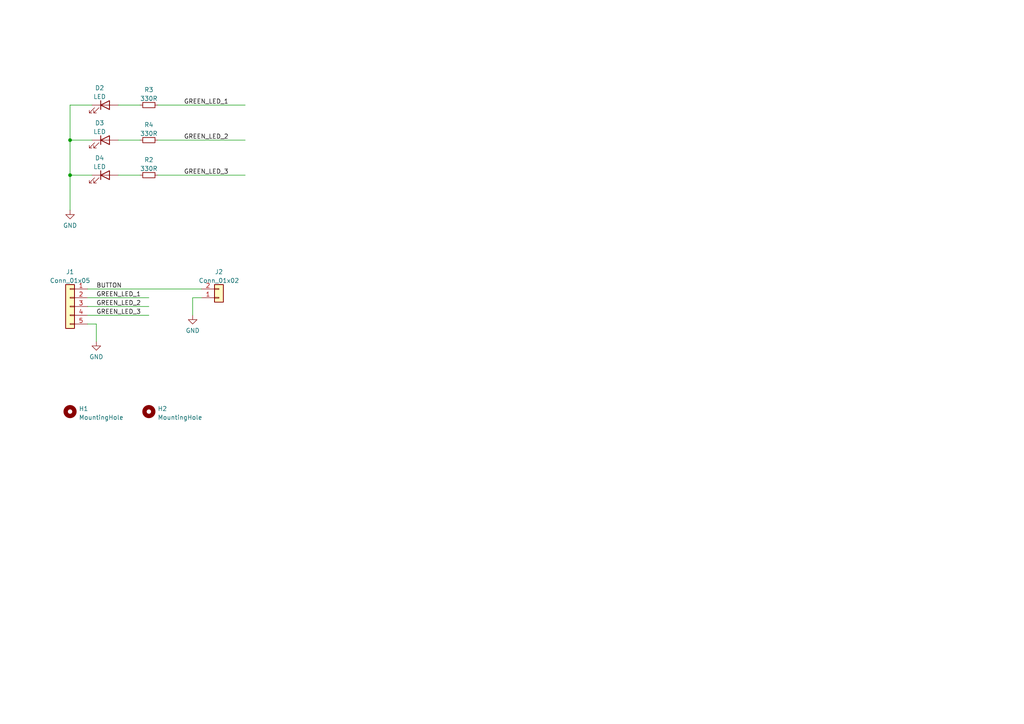
<source format=kicad_sch>
(kicad_sch (version 20211123) (generator eeschema)

  (uuid 5fba9282-90c2-45b8-b395-ed75bb69d791)

  (paper "A4")

  (lib_symbols
    (symbol "Connector_Generic:Conn_01x02" (pin_names (offset 1.016) hide) (in_bom yes) (on_board yes)
      (property "Reference" "J" (id 0) (at 0 2.54 0)
        (effects (font (size 1.27 1.27)))
      )
      (property "Value" "Conn_01x02" (id 1) (at 0 -5.08 0)
        (effects (font (size 1.27 1.27)))
      )
      (property "Footprint" "" (id 2) (at 0 0 0)
        (effects (font (size 1.27 1.27)) hide)
      )
      (property "Datasheet" "~" (id 3) (at 0 0 0)
        (effects (font (size 1.27 1.27)) hide)
      )
      (property "ki_keywords" "connector" (id 4) (at 0 0 0)
        (effects (font (size 1.27 1.27)) hide)
      )
      (property "ki_description" "Generic connector, single row, 01x02, script generated (kicad-library-utils/schlib/autogen/connector/)" (id 5) (at 0 0 0)
        (effects (font (size 1.27 1.27)) hide)
      )
      (property "ki_fp_filters" "Connector*:*_1x??_*" (id 6) (at 0 0 0)
        (effects (font (size 1.27 1.27)) hide)
      )
      (symbol "Conn_01x02_1_1"
        (rectangle (start -1.27 -2.413) (end 0 -2.667)
          (stroke (width 0.1524) (type default) (color 0 0 0 0))
          (fill (type none))
        )
        (rectangle (start -1.27 0.127) (end 0 -0.127)
          (stroke (width 0.1524) (type default) (color 0 0 0 0))
          (fill (type none))
        )
        (rectangle (start -1.27 1.27) (end 1.27 -3.81)
          (stroke (width 0.254) (type default) (color 0 0 0 0))
          (fill (type background))
        )
        (pin passive line (at -5.08 0 0) (length 3.81)
          (name "Pin_1" (effects (font (size 1.27 1.27))))
          (number "1" (effects (font (size 1.27 1.27))))
        )
        (pin passive line (at -5.08 -2.54 0) (length 3.81)
          (name "Pin_2" (effects (font (size 1.27 1.27))))
          (number "2" (effects (font (size 1.27 1.27))))
        )
      )
    )
    (symbol "Connector_Generic:Conn_01x05" (pin_names (offset 1.016) hide) (in_bom yes) (on_board yes)
      (property "Reference" "J" (id 0) (at 0 7.62 0)
        (effects (font (size 1.27 1.27)))
      )
      (property "Value" "Conn_01x05" (id 1) (at 0 -7.62 0)
        (effects (font (size 1.27 1.27)))
      )
      (property "Footprint" "" (id 2) (at 0 0 0)
        (effects (font (size 1.27 1.27)) hide)
      )
      (property "Datasheet" "~" (id 3) (at 0 0 0)
        (effects (font (size 1.27 1.27)) hide)
      )
      (property "ki_keywords" "connector" (id 4) (at 0 0 0)
        (effects (font (size 1.27 1.27)) hide)
      )
      (property "ki_description" "Generic connector, single row, 01x05, script generated (kicad-library-utils/schlib/autogen/connector/)" (id 5) (at 0 0 0)
        (effects (font (size 1.27 1.27)) hide)
      )
      (property "ki_fp_filters" "Connector*:*_1x??_*" (id 6) (at 0 0 0)
        (effects (font (size 1.27 1.27)) hide)
      )
      (symbol "Conn_01x05_1_1"
        (rectangle (start -1.27 -4.953) (end 0 -5.207)
          (stroke (width 0.1524) (type default) (color 0 0 0 0))
          (fill (type none))
        )
        (rectangle (start -1.27 -2.413) (end 0 -2.667)
          (stroke (width 0.1524) (type default) (color 0 0 0 0))
          (fill (type none))
        )
        (rectangle (start -1.27 0.127) (end 0 -0.127)
          (stroke (width 0.1524) (type default) (color 0 0 0 0))
          (fill (type none))
        )
        (rectangle (start -1.27 2.667) (end 0 2.413)
          (stroke (width 0.1524) (type default) (color 0 0 0 0))
          (fill (type none))
        )
        (rectangle (start -1.27 5.207) (end 0 4.953)
          (stroke (width 0.1524) (type default) (color 0 0 0 0))
          (fill (type none))
        )
        (rectangle (start -1.27 6.35) (end 1.27 -6.35)
          (stroke (width 0.254) (type default) (color 0 0 0 0))
          (fill (type background))
        )
        (pin passive line (at -5.08 5.08 0) (length 3.81)
          (name "Pin_1" (effects (font (size 1.27 1.27))))
          (number "1" (effects (font (size 1.27 1.27))))
        )
        (pin passive line (at -5.08 2.54 0) (length 3.81)
          (name "Pin_2" (effects (font (size 1.27 1.27))))
          (number "2" (effects (font (size 1.27 1.27))))
        )
        (pin passive line (at -5.08 0 0) (length 3.81)
          (name "Pin_3" (effects (font (size 1.27 1.27))))
          (number "3" (effects (font (size 1.27 1.27))))
        )
        (pin passive line (at -5.08 -2.54 0) (length 3.81)
          (name "Pin_4" (effects (font (size 1.27 1.27))))
          (number "4" (effects (font (size 1.27 1.27))))
        )
        (pin passive line (at -5.08 -5.08 0) (length 3.81)
          (name "Pin_5" (effects (font (size 1.27 1.27))))
          (number "5" (effects (font (size 1.27 1.27))))
        )
      )
    )
    (symbol "Device:LED" (pin_numbers hide) (pin_names (offset 1.016) hide) (in_bom yes) (on_board yes)
      (property "Reference" "D" (id 0) (at 0 2.54 0)
        (effects (font (size 1.27 1.27)))
      )
      (property "Value" "LED" (id 1) (at 0 -2.54 0)
        (effects (font (size 1.27 1.27)))
      )
      (property "Footprint" "" (id 2) (at 0 0 0)
        (effects (font (size 1.27 1.27)) hide)
      )
      (property "Datasheet" "~" (id 3) (at 0 0 0)
        (effects (font (size 1.27 1.27)) hide)
      )
      (property "ki_keywords" "LED diode" (id 4) (at 0 0 0)
        (effects (font (size 1.27 1.27)) hide)
      )
      (property "ki_description" "Light emitting diode" (id 5) (at 0 0 0)
        (effects (font (size 1.27 1.27)) hide)
      )
      (property "ki_fp_filters" "LED* LED_SMD:* LED_THT:*" (id 6) (at 0 0 0)
        (effects (font (size 1.27 1.27)) hide)
      )
      (symbol "LED_0_1"
        (polyline
          (pts
            (xy -1.27 -1.27)
            (xy -1.27 1.27)
          )
          (stroke (width 0.254) (type default) (color 0 0 0 0))
          (fill (type none))
        )
        (polyline
          (pts
            (xy -1.27 0)
            (xy 1.27 0)
          )
          (stroke (width 0) (type default) (color 0 0 0 0))
          (fill (type none))
        )
        (polyline
          (pts
            (xy 1.27 -1.27)
            (xy 1.27 1.27)
            (xy -1.27 0)
            (xy 1.27 -1.27)
          )
          (stroke (width 0.254) (type default) (color 0 0 0 0))
          (fill (type none))
        )
        (polyline
          (pts
            (xy -3.048 -0.762)
            (xy -4.572 -2.286)
            (xy -3.81 -2.286)
            (xy -4.572 -2.286)
            (xy -4.572 -1.524)
          )
          (stroke (width 0) (type default) (color 0 0 0 0))
          (fill (type none))
        )
        (polyline
          (pts
            (xy -1.778 -0.762)
            (xy -3.302 -2.286)
            (xy -2.54 -2.286)
            (xy -3.302 -2.286)
            (xy -3.302 -1.524)
          )
          (stroke (width 0) (type default) (color 0 0 0 0))
          (fill (type none))
        )
      )
      (symbol "LED_1_1"
        (pin passive line (at -3.81 0 0) (length 2.54)
          (name "K" (effects (font (size 1.27 1.27))))
          (number "1" (effects (font (size 1.27 1.27))))
        )
        (pin passive line (at 3.81 0 180) (length 2.54)
          (name "A" (effects (font (size 1.27 1.27))))
          (number "2" (effects (font (size 1.27 1.27))))
        )
      )
    )
    (symbol "Device:R_Small" (pin_numbers hide) (pin_names (offset 0.254) hide) (in_bom yes) (on_board yes)
      (property "Reference" "R" (id 0) (at 0.762 0.508 0)
        (effects (font (size 1.27 1.27)) (justify left))
      )
      (property "Value" "R_Small" (id 1) (at 0.762 -1.016 0)
        (effects (font (size 1.27 1.27)) (justify left))
      )
      (property "Footprint" "" (id 2) (at 0 0 0)
        (effects (font (size 1.27 1.27)) hide)
      )
      (property "Datasheet" "~" (id 3) (at 0 0 0)
        (effects (font (size 1.27 1.27)) hide)
      )
      (property "ki_keywords" "R resistor" (id 4) (at 0 0 0)
        (effects (font (size 1.27 1.27)) hide)
      )
      (property "ki_description" "Resistor, small symbol" (id 5) (at 0 0 0)
        (effects (font (size 1.27 1.27)) hide)
      )
      (property "ki_fp_filters" "R_*" (id 6) (at 0 0 0)
        (effects (font (size 1.27 1.27)) hide)
      )
      (symbol "R_Small_0_1"
        (rectangle (start -0.762 1.778) (end 0.762 -1.778)
          (stroke (width 0.2032) (type default) (color 0 0 0 0))
          (fill (type none))
        )
      )
      (symbol "R_Small_1_1"
        (pin passive line (at 0 2.54 270) (length 0.762)
          (name "~" (effects (font (size 1.27 1.27))))
          (number "1" (effects (font (size 1.27 1.27))))
        )
        (pin passive line (at 0 -2.54 90) (length 0.762)
          (name "~" (effects (font (size 1.27 1.27))))
          (number "2" (effects (font (size 1.27 1.27))))
        )
      )
    )
    (symbol "Mechanical:MountingHole" (pin_names (offset 1.016)) (in_bom yes) (on_board yes)
      (property "Reference" "H" (id 0) (at 0 5.08 0)
        (effects (font (size 1.27 1.27)))
      )
      (property "Value" "MountingHole" (id 1) (at 0 3.175 0)
        (effects (font (size 1.27 1.27)))
      )
      (property "Footprint" "" (id 2) (at 0 0 0)
        (effects (font (size 1.27 1.27)) hide)
      )
      (property "Datasheet" "~" (id 3) (at 0 0 0)
        (effects (font (size 1.27 1.27)) hide)
      )
      (property "ki_keywords" "mounting hole" (id 4) (at 0 0 0)
        (effects (font (size 1.27 1.27)) hide)
      )
      (property "ki_description" "Mounting Hole without connection" (id 5) (at 0 0 0)
        (effects (font (size 1.27 1.27)) hide)
      )
      (property "ki_fp_filters" "MountingHole*" (id 6) (at 0 0 0)
        (effects (font (size 1.27 1.27)) hide)
      )
      (symbol "MountingHole_0_1"
        (circle (center 0 0) (radius 1.27)
          (stroke (width 1.27) (type default) (color 0 0 0 0))
          (fill (type none))
        )
      )
    )
    (symbol "power:GND" (power) (pin_names (offset 0)) (in_bom yes) (on_board yes)
      (property "Reference" "#PWR" (id 0) (at 0 -6.35 0)
        (effects (font (size 1.27 1.27)) hide)
      )
      (property "Value" "GND" (id 1) (at 0 -3.81 0)
        (effects (font (size 1.27 1.27)))
      )
      (property "Footprint" "" (id 2) (at 0 0 0)
        (effects (font (size 1.27 1.27)) hide)
      )
      (property "Datasheet" "" (id 3) (at 0 0 0)
        (effects (font (size 1.27 1.27)) hide)
      )
      (property "ki_keywords" "power-flag" (id 4) (at 0 0 0)
        (effects (font (size 1.27 1.27)) hide)
      )
      (property "ki_description" "Power symbol creates a global label with name \"GND\" , ground" (id 5) (at 0 0 0)
        (effects (font (size 1.27 1.27)) hide)
      )
      (symbol "GND_0_1"
        (polyline
          (pts
            (xy 0 0)
            (xy 0 -1.27)
            (xy 1.27 -1.27)
            (xy 0 -2.54)
            (xy -1.27 -1.27)
            (xy 0 -1.27)
          )
          (stroke (width 0) (type default) (color 0 0 0 0))
          (fill (type none))
        )
      )
      (symbol "GND_1_1"
        (pin power_in line (at 0 0 270) (length 0) hide
          (name "GND" (effects (font (size 1.27 1.27))))
          (number "1" (effects (font (size 1.27 1.27))))
        )
      )
    )
  )

  (junction (at 20.32 40.64) (diameter 0) (color 0 0 0 0)
    (uuid 5f28ea04-c1e7-4139-b37f-963d55be1f4f)
  )
  (junction (at 20.32 50.8) (diameter 0) (color 0 0 0 0)
    (uuid df2145aa-e69f-4857-a431-81c73962fbdd)
  )

  (wire (pts (xy 25.4 86.36) (xy 43.18 86.36))
    (stroke (width 0) (type default) (color 0 0 0 0))
    (uuid 02827c05-d965-4bfe-ac51-3500b33da91a)
  )
  (wire (pts (xy 34.29 30.48) (xy 40.64 30.48))
    (stroke (width 0) (type default) (color 0 0 0 0))
    (uuid 0573470c-35fa-4c46-b9cf-5920fbbc7e5e)
  )
  (wire (pts (xy 45.72 40.64) (xy 71.12 40.64))
    (stroke (width 0) (type default) (color 0 0 0 0))
    (uuid 1fdcf15f-e886-437c-aae9-db3259eca4ff)
  )
  (wire (pts (xy 25.4 91.44) (xy 43.18 91.44))
    (stroke (width 0) (type default) (color 0 0 0 0))
    (uuid 2e7aeed3-57b4-4b6b-82ec-132ee53310e8)
  )
  (wire (pts (xy 34.29 50.8) (xy 40.64 50.8))
    (stroke (width 0) (type default) (color 0 0 0 0))
    (uuid 464cb187-8966-43cc-ac46-d6a0019efd13)
  )
  (wire (pts (xy 34.29 40.64) (xy 40.64 40.64))
    (stroke (width 0) (type default) (color 0 0 0 0))
    (uuid 63da1544-d46c-45d4-a814-ef6edb374a2c)
  )
  (wire (pts (xy 20.32 30.48) (xy 26.67 30.48))
    (stroke (width 0) (type default) (color 0 0 0 0))
    (uuid 6ad96f6d-599a-4f6b-8bd9-c7a471995ba6)
  )
  (wire (pts (xy 25.4 88.9) (xy 43.18 88.9))
    (stroke (width 0) (type default) (color 0 0 0 0))
    (uuid 74069abb-db7c-48c7-ad4b-217d9bf7f665)
  )
  (wire (pts (xy 27.94 93.98) (xy 25.4 93.98))
    (stroke (width 0) (type default) (color 0 0 0 0))
    (uuid 7629fdfe-812f-41fd-b46d-15df0cdb8eb6)
  )
  (wire (pts (xy 45.72 30.48) (xy 71.12 30.48))
    (stroke (width 0) (type default) (color 0 0 0 0))
    (uuid 7f10e905-0e12-41a2-86d5-25b9f8fb416b)
  )
  (wire (pts (xy 45.72 50.8) (xy 71.12 50.8))
    (stroke (width 0) (type default) (color 0 0 0 0))
    (uuid 8e877dd5-e52d-4469-92eb-d0b9846ea561)
  )
  (wire (pts (xy 55.88 86.36) (xy 58.42 86.36))
    (stroke (width 0) (type default) (color 0 0 0 0))
    (uuid 9523ceb9-0d32-4570-a565-245c2222a587)
  )
  (wire (pts (xy 20.32 40.64) (xy 26.67 40.64))
    (stroke (width 0) (type default) (color 0 0 0 0))
    (uuid 9c4996ab-7b50-4cac-957e-92b9147ff4b5)
  )
  (wire (pts (xy 55.88 91.44) (xy 55.88 86.36))
    (stroke (width 0) (type default) (color 0 0 0 0))
    (uuid abe723df-766a-4b04-8dc1-b151546babfe)
  )
  (wire (pts (xy 20.32 40.64) (xy 20.32 50.8))
    (stroke (width 0) (type default) (color 0 0 0 0))
    (uuid c7153957-72bb-47f0-a3f1-944597b79f0d)
  )
  (wire (pts (xy 25.4 83.82) (xy 58.42 83.82))
    (stroke (width 0) (type default) (color 0 0 0 0))
    (uuid c74356fd-f83e-4c67-b4f5-5c60d115f595)
  )
  (wire (pts (xy 27.94 99.06) (xy 27.94 93.98))
    (stroke (width 0) (type default) (color 0 0 0 0))
    (uuid d2e17a36-0072-47d9-b816-3a5588994d9e)
  )
  (wire (pts (xy 20.32 50.8) (xy 26.67 50.8))
    (stroke (width 0) (type default) (color 0 0 0 0))
    (uuid d6aa383d-0257-4afe-8c4b-b7fd7764397c)
  )
  (wire (pts (xy 20.32 40.64) (xy 20.32 30.48))
    (stroke (width 0) (type default) (color 0 0 0 0))
    (uuid e2542ece-5920-491b-9102-f0f96239a8af)
  )
  (wire (pts (xy 20.32 50.8) (xy 20.32 60.96))
    (stroke (width 0) (type default) (color 0 0 0 0))
    (uuid e9d236e0-7777-4a1e-ba07-d368c9979cf6)
  )

  (label "GREEN_LED_3" (at 27.94 91.44 0)
    (effects (font (size 1.27 1.27)) (justify left bottom))
    (uuid 354b81dd-73b1-49e5-9f77-800657acf732)
  )
  (label "BUTTON" (at 27.94 83.82 0)
    (effects (font (size 1.27 1.27)) (justify left bottom))
    (uuid 4a1f9076-0881-4da0-965f-8c611e9d121f)
  )
  (label "GREEN_LED_2" (at 27.94 88.9 0)
    (effects (font (size 1.27 1.27)) (justify left bottom))
    (uuid 82184bfd-8397-447d-a7d3-27b44f0e306f)
  )
  (label "GREEN_LED_1" (at 53.34 30.48 0)
    (effects (font (size 1.27 1.27)) (justify left bottom))
    (uuid a07cb758-e83f-43fc-9616-844ba6a862fd)
  )
  (label "GREEN_LED_3" (at 53.34 50.8 0)
    (effects (font (size 1.27 1.27)) (justify left bottom))
    (uuid a75d27e1-5292-4660-a14c-96f6645df791)
  )
  (label "GREEN_LED_1" (at 27.94 86.36 0)
    (effects (font (size 1.27 1.27)) (justify left bottom))
    (uuid be4284fe-701a-484d-8b3a-63bc768f08c0)
  )
  (label "GREEN_LED_2" (at 53.34 40.64 0)
    (effects (font (size 1.27 1.27)) (justify left bottom))
    (uuid f0f473fb-a339-4f61-bbc5-1766aa8a4721)
  )

  (symbol (lib_id "Device:R_Small") (at 43.18 50.8 90) (unit 1)
    (in_bom yes) (on_board yes) (fields_autoplaced)
    (uuid 01d83bfd-1704-47d3-b0cc-7adc46c8c1ee)
    (property "Reference" "R2" (id 0) (at 43.18 46.3636 90))
    (property "Value" "330R" (id 1) (at 43.18 48.9005 90))
    (property "Footprint" "Resistor_THT:R_Axial_DIN0207_L6.3mm_D2.5mm_P10.16mm_Horizontal" (id 2) (at 43.18 50.8 0)
      (effects (font (size 1.27 1.27)) hide)
    )
    (property "Datasheet" "~" (id 3) (at 43.18 50.8 0)
      (effects (font (size 1.27 1.27)) hide)
    )
    (pin "1" (uuid d8745425-ef0f-4b18-9fcb-80676055c810))
    (pin "2" (uuid fb28310e-1d2b-4acc-86ee-37bff2e87ec3))
  )

  (symbol (lib_id "Device:LED") (at 30.48 50.8 0) (unit 1)
    (in_bom yes) (on_board yes) (fields_autoplaced)
    (uuid 0c973123-ca5c-42c6-afa2-88ea13265d91)
    (property "Reference" "D4" (id 0) (at 28.8925 45.8302 0))
    (property "Value" "LED" (id 1) (at 28.8925 48.3671 0))
    (property "Footprint" "LED_THT:LED_D5.0mm" (id 2) (at 30.48 50.8 0)
      (effects (font (size 1.27 1.27)) hide)
    )
    (property "Datasheet" "~" (id 3) (at 30.48 50.8 0)
      (effects (font (size 1.27 1.27)) hide)
    )
    (pin "1" (uuid cb40dc80-b52c-4f73-ab1f-68c4db53b5f6))
    (pin "2" (uuid 00b975cb-5087-4e82-a2b8-24af943fa46b))
  )

  (symbol (lib_id "power:GND") (at 55.88 91.44 0) (unit 1)
    (in_bom yes) (on_board yes) (fields_autoplaced)
    (uuid 1bc43e9b-789f-496d-af89-b56a6ac6f3c4)
    (property "Reference" "#PWR01" (id 0) (at 55.88 97.79 0)
      (effects (font (size 1.27 1.27)) hide)
    )
    (property "Value" "GND" (id 1) (at 55.88 95.8834 0))
    (property "Footprint" "" (id 2) (at 55.88 91.44 0)
      (effects (font (size 1.27 1.27)) hide)
    )
    (property "Datasheet" "" (id 3) (at 55.88 91.44 0)
      (effects (font (size 1.27 1.27)) hide)
    )
    (pin "1" (uuid 46a5cdf7-655b-4e72-89f0-19a57cd6fe2a))
  )

  (symbol (lib_id "Mechanical:MountingHole") (at 20.32 119.38 0) (unit 1)
    (in_bom yes) (on_board yes) (fields_autoplaced)
    (uuid 201619ae-3e6a-4f29-b6d9-6bd5ba984776)
    (property "Reference" "H1" (id 0) (at 22.86 118.5453 0)
      (effects (font (size 1.27 1.27)) (justify left))
    )
    (property "Value" "MountingHole" (id 1) (at 22.86 121.0822 0)
      (effects (font (size 1.27 1.27)) (justify left))
    )
    (property "Footprint" "MountingHole:MountingHole_3.2mm_M3" (id 2) (at 20.32 119.38 0)
      (effects (font (size 1.27 1.27)) hide)
    )
    (property "Datasheet" "~" (id 3) (at 20.32 119.38 0)
      (effects (font (size 1.27 1.27)) hide)
    )
  )

  (symbol (lib_id "Mechanical:MountingHole") (at 43.18 119.38 0) (unit 1)
    (in_bom yes) (on_board yes) (fields_autoplaced)
    (uuid 2ef7eacc-8fee-48cb-ae88-4c754d2135cf)
    (property "Reference" "H2" (id 0) (at 45.72 118.5453 0)
      (effects (font (size 1.27 1.27)) (justify left))
    )
    (property "Value" "MountingHole" (id 1) (at 45.72 121.0822 0)
      (effects (font (size 1.27 1.27)) (justify left))
    )
    (property "Footprint" "MountingHole:MountingHole_3.2mm_M3" (id 2) (at 43.18 119.38 0)
      (effects (font (size 1.27 1.27)) hide)
    )
    (property "Datasheet" "~" (id 3) (at 43.18 119.38 0)
      (effects (font (size 1.27 1.27)) hide)
    )
  )

  (symbol (lib_id "Connector_Generic:Conn_01x05") (at 20.32 88.9 0) (mirror y) (unit 1)
    (in_bom yes) (on_board yes) (fields_autoplaced)
    (uuid 3e9ba944-a305-4216-91ae-097bd2f979ec)
    (property "Reference" "J1" (id 0) (at 20.32 78.8502 0))
    (property "Value" "Conn_01x05" (id 1) (at 20.32 81.3871 0))
    (property "Footprint" "Connector_JST:JST_PH_B5B-PH-K_1x05_P2.00mm_Vertical" (id 2) (at 20.32 88.9 0)
      (effects (font (size 1.27 1.27)) hide)
    )
    (property "Datasheet" "~" (id 3) (at 20.32 88.9 0)
      (effects (font (size 1.27 1.27)) hide)
    )
    (pin "1" (uuid b3b3e759-87d1-49dd-802f-01de59ad2c06))
    (pin "2" (uuid d6b4815f-f1fc-41e7-ab25-92f07c3cd567))
    (pin "3" (uuid bbb5756e-6db2-4150-a7a3-bd3ef0c13570))
    (pin "4" (uuid 61684244-f358-4908-a884-e78e6b7cc555))
    (pin "5" (uuid 0bdf373c-1b55-49b1-877a-42d0d2a937c6))
  )

  (symbol (lib_id "Device:LED") (at 30.48 30.48 0) (unit 1)
    (in_bom yes) (on_board yes) (fields_autoplaced)
    (uuid 44a6fe73-536e-4ebf-9457-67cac97ddfa4)
    (property "Reference" "D2" (id 0) (at 28.8925 25.5102 0))
    (property "Value" "LED" (id 1) (at 28.8925 28.0471 0))
    (property "Footprint" "LED_THT:LED_D5.0mm" (id 2) (at 30.48 30.48 0)
      (effects (font (size 1.27 1.27)) hide)
    )
    (property "Datasheet" "~" (id 3) (at 30.48 30.48 0)
      (effects (font (size 1.27 1.27)) hide)
    )
    (pin "1" (uuid aa645089-5a4b-4227-9e7a-0f45c2ec91ec))
    (pin "2" (uuid f996b4f8-7be8-469c-a306-b8758c1e6b19))
  )

  (symbol (lib_id "Connector_Generic:Conn_01x02") (at 63.5 86.36 0) (mirror x) (unit 1)
    (in_bom yes) (on_board yes) (fields_autoplaced)
    (uuid 6fc8d4a3-79d5-4c01-858a-e3be4fa1f4ca)
    (property "Reference" "J2" (id 0) (at 63.5 78.8502 0))
    (property "Value" "Conn_01x02" (id 1) (at 63.5 81.3871 0))
    (property "Footprint" "Connector_JST:JST_PH_B2B-PH-K_1x02_P2.00mm_Vertical" (id 2) (at 63.5 86.36 0)
      (effects (font (size 1.27 1.27)) hide)
    )
    (property "Datasheet" "~" (id 3) (at 63.5 86.36 0)
      (effects (font (size 1.27 1.27)) hide)
    )
    (pin "1" (uuid 4c6ed034-d16d-43b3-b500-5c52cb559435))
    (pin "2" (uuid 96df8f0a-3b00-4c09-8870-1e63285027cb))
  )

  (symbol (lib_id "power:GND") (at 27.94 99.06 0) (unit 1)
    (in_bom yes) (on_board yes) (fields_autoplaced)
    (uuid 9c7a333b-1ccd-4a14-bafe-7ef630bc38de)
    (property "Reference" "#PWR02" (id 0) (at 27.94 105.41 0)
      (effects (font (size 1.27 1.27)) hide)
    )
    (property "Value" "GND" (id 1) (at 27.94 103.5034 0))
    (property "Footprint" "" (id 2) (at 27.94 99.06 0)
      (effects (font (size 1.27 1.27)) hide)
    )
    (property "Datasheet" "" (id 3) (at 27.94 99.06 0)
      (effects (font (size 1.27 1.27)) hide)
    )
    (pin "1" (uuid 74cd3015-a794-4664-99a3-5d514de25edd))
  )

  (symbol (lib_id "power:GND") (at 20.32 60.96 0) (unit 1)
    (in_bom yes) (on_board yes) (fields_autoplaced)
    (uuid b3ac72c5-6989-4a50-9c55-5ceb93f51340)
    (property "Reference" "#PWR03" (id 0) (at 20.32 67.31 0)
      (effects (font (size 1.27 1.27)) hide)
    )
    (property "Value" "GND" (id 1) (at 20.32 65.4034 0))
    (property "Footprint" "" (id 2) (at 20.32 60.96 0)
      (effects (font (size 1.27 1.27)) hide)
    )
    (property "Datasheet" "" (id 3) (at 20.32 60.96 0)
      (effects (font (size 1.27 1.27)) hide)
    )
    (pin "1" (uuid a59a30a5-2965-4930-88a3-52865ca6b6ea))
  )

  (symbol (lib_id "Device:R_Small") (at 43.18 30.48 90) (unit 1)
    (in_bom yes) (on_board yes) (fields_autoplaced)
    (uuid b3be6cf1-f945-4744-b1c4-e59c276e0b32)
    (property "Reference" "R3" (id 0) (at 43.18 26.0436 90))
    (property "Value" "330R" (id 1) (at 43.18 28.5805 90))
    (property "Footprint" "Resistor_THT:R_Axial_DIN0207_L6.3mm_D2.5mm_P10.16mm_Horizontal" (id 2) (at 43.18 30.48 0)
      (effects (font (size 1.27 1.27)) hide)
    )
    (property "Datasheet" "~" (id 3) (at 43.18 30.48 0)
      (effects (font (size 1.27 1.27)) hide)
    )
    (pin "1" (uuid c13a6bc5-05c3-4d7b-a6f1-b720f9e95dfa))
    (pin "2" (uuid 12c80a76-3688-4644-8dd9-8376d351f171))
  )

  (symbol (lib_id "Device:R_Small") (at 43.18 40.64 90) (unit 1)
    (in_bom yes) (on_board yes) (fields_autoplaced)
    (uuid e89ab031-56bd-471b-b1a2-21e8c8d4f594)
    (property "Reference" "R4" (id 0) (at 43.18 36.2036 90))
    (property "Value" "330R" (id 1) (at 43.18 38.7405 90))
    (property "Footprint" "Resistor_THT:R_Axial_DIN0207_L6.3mm_D2.5mm_P10.16mm_Horizontal" (id 2) (at 43.18 40.64 0)
      (effects (font (size 1.27 1.27)) hide)
    )
    (property "Datasheet" "~" (id 3) (at 43.18 40.64 0)
      (effects (font (size 1.27 1.27)) hide)
    )
    (pin "1" (uuid 183c4a7e-e539-468c-81a5-c3d1d6ded144))
    (pin "2" (uuid 38e83fc6-42f4-492c-8591-c586b68e4917))
  )

  (symbol (lib_id "Device:LED") (at 30.48 40.64 0) (unit 1)
    (in_bom yes) (on_board yes) (fields_autoplaced)
    (uuid e904186d-9fc0-463b-bc93-1e9566e94cc1)
    (property "Reference" "D3" (id 0) (at 28.8925 35.6702 0))
    (property "Value" "LED" (id 1) (at 28.8925 38.2071 0))
    (property "Footprint" "LED_THT:LED_D5.0mm" (id 2) (at 30.48 40.64 0)
      (effects (font (size 1.27 1.27)) hide)
    )
    (property "Datasheet" "~" (id 3) (at 30.48 40.64 0)
      (effects (font (size 1.27 1.27)) hide)
    )
    (pin "1" (uuid cadcfb5b-ee2d-41a1-b790-42d9d0024ebe))
    (pin "2" (uuid af58d790-80dd-4b1d-b7ad-dbd2f9bc76c3))
  )

  (sheet_instances
    (path "/" (page "1"))
  )

  (symbol_instances
    (path "/1bc43e9b-789f-496d-af89-b56a6ac6f3c4"
      (reference "#PWR01") (unit 1) (value "GND") (footprint "")
    )
    (path "/9c7a333b-1ccd-4a14-bafe-7ef630bc38de"
      (reference "#PWR02") (unit 1) (value "GND") (footprint "")
    )
    (path "/b3ac72c5-6989-4a50-9c55-5ceb93f51340"
      (reference "#PWR03") (unit 1) (value "GND") (footprint "")
    )
    (path "/44a6fe73-536e-4ebf-9457-67cac97ddfa4"
      (reference "D2") (unit 1) (value "LED") (footprint "LED_THT:LED_D5.0mm")
    )
    (path "/e904186d-9fc0-463b-bc93-1e9566e94cc1"
      (reference "D3") (unit 1) (value "LED") (footprint "LED_THT:LED_D5.0mm")
    )
    (path "/0c973123-ca5c-42c6-afa2-88ea13265d91"
      (reference "D4") (unit 1) (value "LED") (footprint "LED_THT:LED_D5.0mm")
    )
    (path "/201619ae-3e6a-4f29-b6d9-6bd5ba984776"
      (reference "H1") (unit 1) (value "MountingHole") (footprint "MountingHole:MountingHole_3.2mm_M3")
    )
    (path "/2ef7eacc-8fee-48cb-ae88-4c754d2135cf"
      (reference "H2") (unit 1) (value "MountingHole") (footprint "MountingHole:MountingHole_3.2mm_M3")
    )
    (path "/3e9ba944-a305-4216-91ae-097bd2f979ec"
      (reference "J1") (unit 1) (value "Conn_01x05") (footprint "Connector_JST:JST_PH_B5B-PH-K_1x05_P2.00mm_Vertical")
    )
    (path "/6fc8d4a3-79d5-4c01-858a-e3be4fa1f4ca"
      (reference "J2") (unit 1) (value "Conn_01x02") (footprint "Connector_JST:JST_PH_B2B-PH-K_1x02_P2.00mm_Vertical")
    )
    (path "/01d83bfd-1704-47d3-b0cc-7adc46c8c1ee"
      (reference "R2") (unit 1) (value "330R") (footprint "Resistor_THT:R_Axial_DIN0207_L6.3mm_D2.5mm_P10.16mm_Horizontal")
    )
    (path "/b3be6cf1-f945-4744-b1c4-e59c276e0b32"
      (reference "R3") (unit 1) (value "330R") (footprint "Resistor_THT:R_Axial_DIN0207_L6.3mm_D2.5mm_P10.16mm_Horizontal")
    )
    (path "/e89ab031-56bd-471b-b1a2-21e8c8d4f594"
      (reference "R4") (unit 1) (value "330R") (footprint "Resistor_THT:R_Axial_DIN0207_L6.3mm_D2.5mm_P10.16mm_Horizontal")
    )
  )
)

</source>
